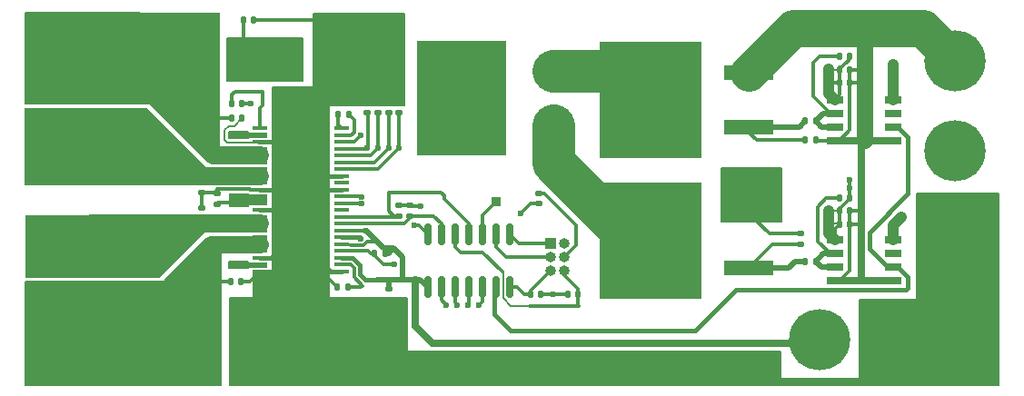
<source format=gbr>
%TF.GenerationSoftware,KiCad,Pcbnew,8.0.1*%
%TF.CreationDate,2024-04-30T22:48:39+02:00*%
%TF.ProjectId,ECU_proj,4543555f-7072-46f6-9a2e-6b696361645f,rev?*%
%TF.SameCoordinates,Original*%
%TF.FileFunction,Copper,L1,Top*%
%TF.FilePolarity,Positive*%
%FSLAX46Y46*%
G04 Gerber Fmt 4.6, Leading zero omitted, Abs format (unit mm)*
G04 Created by KiCad (PCBNEW 8.0.1) date 2024-04-30 22:48:39*
%MOMM*%
%LPD*%
G01*
G04 APERTURE LIST*
G04 Aperture macros list*
%AMRoundRect*
0 Rectangle with rounded corners*
0 $1 Rounding radius*
0 $2 $3 $4 $5 $6 $7 $8 $9 X,Y pos of 4 corners*
0 Add a 4 corners polygon primitive as box body*
4,1,4,$2,$3,$4,$5,$6,$7,$8,$9,$2,$3,0*
0 Add four circle primitives for the rounded corners*
1,1,$1+$1,$2,$3*
1,1,$1+$1,$4,$5*
1,1,$1+$1,$6,$7*
1,1,$1+$1,$8,$9*
0 Add four rect primitives between the rounded corners*
20,1,$1+$1,$2,$3,$4,$5,0*
20,1,$1+$1,$4,$5,$6,$7,0*
20,1,$1+$1,$6,$7,$8,$9,0*
20,1,$1+$1,$8,$9,$2,$3,0*%
G04 Aperture macros list end*
%TA.AperFunction,Conductor*%
%ADD10C,0.200000*%
%TD*%
%TA.AperFunction,Conductor*%
%ADD11C,0.100000*%
%TD*%
%TA.AperFunction,Conductor*%
%ADD12C,0.050000*%
%TD*%
%TA.AperFunction,Conductor*%
%ADD13C,0.150000*%
%TD*%
%TA.AperFunction,Conductor*%
%ADD14C,0.500000*%
%TD*%
%TA.AperFunction,Conductor*%
%ADD15C,0.010000*%
%TD*%
%TA.AperFunction,Conductor*%
%ADD16C,0.000000*%
%TD*%
%TA.AperFunction,SMDPad,CuDef*%
%ADD17RoundRect,0.140000X0.170000X-0.140000X0.170000X0.140000X-0.170000X0.140000X-0.170000X-0.140000X0*%
%TD*%
%TA.AperFunction,SMDPad,CuDef*%
%ADD18RoundRect,0.140000X0.140000X0.170000X-0.140000X0.170000X-0.140000X-0.170000X0.140000X-0.170000X0*%
%TD*%
%TA.AperFunction,ComponentPad*%
%ADD19C,3.600000*%
%TD*%
%TA.AperFunction,ConnectorPad*%
%ADD20C,5.700000*%
%TD*%
%TA.AperFunction,SMDPad,CuDef*%
%ADD21R,4.600000X1.350000*%
%TD*%
%TA.AperFunction,SMDPad,CuDef*%
%ADD22R,9.500000X10.900000*%
%TD*%
%TA.AperFunction,SMDPad,CuDef*%
%ADD23RoundRect,0.150000X0.150000X-0.825000X0.150000X0.825000X-0.150000X0.825000X-0.150000X-0.825000X0*%
%TD*%
%TA.AperFunction,SMDPad,CuDef*%
%ADD24RoundRect,0.140000X-0.140000X-0.170000X0.140000X-0.170000X0.140000X0.170000X-0.140000X0.170000X0*%
%TD*%
%TA.AperFunction,SMDPad,CuDef*%
%ADD25RoundRect,0.140000X-0.170000X0.140000X-0.170000X-0.140000X0.170000X-0.140000X0.170000X0.140000X0*%
%TD*%
%TA.AperFunction,ComponentPad*%
%ADD26R,1.000000X1.000000*%
%TD*%
%TA.AperFunction,ComponentPad*%
%ADD27O,1.000000X1.000000*%
%TD*%
%TA.AperFunction,SMDPad,CuDef*%
%ADD28RoundRect,0.147500X0.172500X-0.147500X0.172500X0.147500X-0.172500X0.147500X-0.172500X-0.147500X0*%
%TD*%
%TA.AperFunction,SMDPad,CuDef*%
%ADD29R,1.550000X0.700000*%
%TD*%
%TA.AperFunction,SMDPad,CuDef*%
%ADD30RoundRect,0.250000X-1.825000X-0.700000X1.825000X-0.700000X1.825000X0.700000X-1.825000X0.700000X0*%
%TD*%
%TA.AperFunction,SMDPad,CuDef*%
%ADD31R,3.050000X2.030000*%
%TD*%
%TA.AperFunction,SMDPad,CuDef*%
%ADD32R,8.380000X10.660000*%
%TD*%
%TA.AperFunction,SMDPad,CuDef*%
%ADD33R,1.475000X0.435000*%
%TD*%
%TA.AperFunction,SMDPad,CuDef*%
%ADD34R,3.800000X8.000000*%
%TD*%
%TA.AperFunction,ComponentPad*%
%ADD35R,0.850000X0.850000*%
%TD*%
%TA.AperFunction,ViaPad*%
%ADD36C,0.600000*%
%TD*%
%TA.AperFunction,Conductor*%
%ADD37C,4.000000*%
%TD*%
%TA.AperFunction,Conductor*%
%ADD38C,1.000000*%
%TD*%
%TA.AperFunction,Conductor*%
%ADD39C,0.300000*%
%TD*%
%TA.AperFunction,Conductor*%
%ADD40C,0.700000*%
%TD*%
%TA.AperFunction,Conductor*%
%ADD41C,0.400000*%
%TD*%
%TA.AperFunction,Conductor*%
%ADD42C,1.700000*%
%TD*%
%TA.AperFunction,Conductor*%
%ADD43C,1.500000*%
%TD*%
%TA.AperFunction,Conductor*%
%ADD44C,1.600000*%
%TD*%
%TA.AperFunction,Conductor*%
%ADD45C,3.500000*%
%TD*%
G04 APERTURE END LIST*
%TO.N,GND*%
D10*
X176900000Y-81900000D02*
X182300000Y-81900000D01*
X182300000Y-89100000D01*
X176900000Y-89100000D01*
X176900000Y-81900000D01*
%TA.AperFunction,Conductor*%
G36*
X176900000Y-81900000D02*
G01*
X182300000Y-81900000D01*
X182300000Y-89100000D01*
X176900000Y-89100000D01*
X176900000Y-81900000D01*
G37*
%TD.AperFunction*%
%TO.N,Net-(J4-Pin_1)*%
X115800000Y-77400000D02*
X117400000Y-77400000D01*
X117400000Y-78400000D01*
X115800000Y-78400000D01*
X115800000Y-77400000D01*
%TA.AperFunction,Conductor*%
G36*
X115800000Y-77400000D02*
G01*
X117400000Y-77400000D01*
X117400000Y-78400000D01*
X115800000Y-78400000D01*
X115800000Y-77400000D01*
G37*
%TD.AperFunction*%
%TO.N,GND*%
X134600000Y-86750000D02*
X169500000Y-86750000D01*
X169500000Y-89875000D01*
X134600000Y-89875000D01*
X134600000Y-86750000D01*
%TA.AperFunction,Conductor*%
G36*
X134600000Y-86750000D02*
G01*
X169500000Y-86750000D01*
X169500000Y-89875000D01*
X134600000Y-89875000D01*
X134600000Y-86750000D01*
G37*
%TD.AperFunction*%
%TO.N,Net-(J1-Pin_1)*%
D11*
X114800000Y-62800000D02*
X117200000Y-62800000D01*
X117200000Y-65400000D01*
X114800000Y-65400000D01*
X114800000Y-62800000D01*
%TA.AperFunction,Conductor*%
G36*
X114800000Y-62800000D02*
G01*
X117200000Y-62800000D01*
X117200000Y-65400000D01*
X114800000Y-65400000D01*
X114800000Y-62800000D01*
G37*
%TD.AperFunction*%
%TO.N,/DRV8262/VM*%
D12*
X118200000Y-78432500D02*
X121600000Y-78432500D01*
X121600000Y-78832500D01*
X118200000Y-78832500D01*
X118200000Y-78432500D01*
%TA.AperFunction,Conductor*%
G36*
X118200000Y-78432500D02*
G01*
X121600000Y-78432500D01*
X121600000Y-78832500D01*
X118200000Y-78832500D01*
X118200000Y-78432500D01*
G37*
%TD.AperFunction*%
D10*
X118100000Y-66266000D02*
X119900000Y-66266000D01*
X119900000Y-66866000D01*
X118100000Y-66866000D01*
X118100000Y-66266000D01*
%TA.AperFunction,Conductor*%
G36*
X118100000Y-66266000D02*
G01*
X119900000Y-66266000D01*
X119900000Y-66866000D01*
X118100000Y-66866000D01*
X118100000Y-66266000D01*
G37*
%TD.AperFunction*%
%TO.N,Net-(J3-Pin_1)*%
D11*
X99150000Y-74600000D02*
X111600000Y-74600000D01*
X111600000Y-79800000D01*
X99150000Y-79800000D01*
X99150000Y-74600000D01*
%TA.AperFunction,Conductor*%
G36*
X99150000Y-74600000D02*
G01*
X111600000Y-74600000D01*
X111600000Y-79800000D01*
X99150000Y-79800000D01*
X99150000Y-74600000D01*
G37*
%TD.AperFunction*%
%TO.N,/DRV8262/VM*%
X118100000Y-72000000D02*
X119900000Y-72000000D01*
X119900000Y-73200000D01*
X118100000Y-73200000D01*
X118100000Y-72000000D01*
%TA.AperFunction,Conductor*%
G36*
X118100000Y-72000000D02*
G01*
X119900000Y-72000000D01*
X119900000Y-73200000D01*
X118100000Y-73200000D01*
X118100000Y-72000000D01*
G37*
%TD.AperFunction*%
D10*
%TO.N,Net-(J2-Pin_1)*%
X105800000Y-71000000D02*
X103200000Y-71000000D01*
X105400000Y-70000000D01*
X105800000Y-71000000D01*
%TA.AperFunction,Conductor*%
G36*
X105800000Y-71000000D02*
G01*
X103200000Y-71000000D01*
X105400000Y-70000000D01*
X105800000Y-71000000D01*
G37*
%TD.AperFunction*%
D11*
X99125000Y-64000000D02*
X110400000Y-64000000D01*
X110400000Y-68000000D01*
X99125000Y-68000000D01*
X99125000Y-64000000D01*
%TA.AperFunction,Conductor*%
G36*
X99125000Y-64000000D02*
G01*
X110400000Y-64000000D01*
X110400000Y-68000000D01*
X99125000Y-68000000D01*
X99125000Y-64000000D01*
G37*
%TD.AperFunction*%
%TO.N,/DRV8262/VM*%
D13*
X118200000Y-72160000D02*
X121600000Y-72160000D01*
X121600000Y-73040000D01*
X118200000Y-73040000D01*
X118200000Y-72160000D01*
%TA.AperFunction,Conductor*%
G36*
X118200000Y-72160000D02*
G01*
X121600000Y-72160000D01*
X121600000Y-73040000D01*
X118200000Y-73040000D01*
X118200000Y-72160000D01*
G37*
%TD.AperFunction*%
D10*
X118000000Y-57500000D02*
X125000000Y-57500000D01*
X125000000Y-61500000D01*
X118000000Y-61500000D01*
X118000000Y-57500000D01*
%TA.AperFunction,Conductor*%
G36*
X118000000Y-57500000D02*
G01*
X125000000Y-57500000D01*
X125000000Y-61500000D01*
X118000000Y-61500000D01*
X118000000Y-57500000D01*
G37*
%TD.AperFunction*%
D11*
%TO.N,Net-(J1-Pin_1)*%
X109600000Y-62400000D02*
X103200000Y-62400000D01*
X105800000Y-60200000D01*
X107600000Y-60200000D01*
X109600000Y-62400000D01*
%TA.AperFunction,Conductor*%
G36*
X109600000Y-62400000D02*
G01*
X103200000Y-62400000D01*
X105800000Y-60200000D01*
X107600000Y-60200000D01*
X109600000Y-62400000D01*
G37*
%TD.AperFunction*%
D14*
X117000000Y-65000000D02*
X117000000Y-67800000D01*
X107800000Y-59000000D01*
X111000000Y-59000000D01*
X117000000Y-65000000D01*
%TA.AperFunction,Conductor*%
G36*
X117000000Y-65000000D02*
G01*
X117000000Y-67800000D01*
X107800000Y-59000000D01*
X111000000Y-59000000D01*
X117000000Y-65000000D01*
G37*
%TD.AperFunction*%
%TO.N,GND*%
D10*
X182250000Y-72000000D02*
X189875000Y-72000000D01*
X189875000Y-89875000D01*
X182250000Y-89875000D01*
X182250000Y-72000000D01*
%TA.AperFunction,Conductor*%
G36*
X182250000Y-72000000D02*
G01*
X189875000Y-72000000D01*
X189875000Y-89875000D01*
X182250000Y-89875000D01*
X182250000Y-72000000D01*
G37*
%TD.AperFunction*%
%TO.N,+48V*%
X164000000Y-69600000D02*
X169600000Y-69600000D01*
X169600000Y-74600000D01*
X164000000Y-74600000D01*
X164000000Y-69600000D01*
%TA.AperFunction,Conductor*%
G36*
X164000000Y-69600000D02*
G01*
X169600000Y-69600000D01*
X169600000Y-74600000D01*
X164000000Y-74600000D01*
X164000000Y-69600000D01*
G37*
%TD.AperFunction*%
%TO.N,/DRV8262/VM*%
X118100000Y-78332500D02*
X119900000Y-78332500D01*
X119900000Y-78932500D01*
X118100000Y-78932500D01*
X118100000Y-78332500D01*
%TA.AperFunction,Conductor*%
G36*
X118100000Y-78332500D02*
G01*
X119900000Y-78332500D01*
X119900000Y-78932500D01*
X118100000Y-78932500D01*
X118100000Y-78332500D01*
G37*
%TD.AperFunction*%
%TO.N,Net-(J1-Pin_1)*%
X99175000Y-55150000D02*
X109800000Y-55150000D01*
X109800000Y-60600000D01*
X99175000Y-60600000D01*
X99175000Y-55150000D01*
%TA.AperFunction,Conductor*%
G36*
X99175000Y-55150000D02*
G01*
X109800000Y-55150000D01*
X109800000Y-60600000D01*
X99175000Y-60600000D01*
X99175000Y-55150000D01*
G37*
%TD.AperFunction*%
%TO.N,Net-(J3-Pin_1)*%
D11*
X99150000Y-74000000D02*
X120200000Y-74000000D01*
X120200000Y-74600000D01*
X99150000Y-74600000D01*
X99150000Y-74000000D01*
%TA.AperFunction,Conductor*%
G36*
X99150000Y-74000000D02*
G01*
X120200000Y-74000000D01*
X120200000Y-74600000D01*
X99150000Y-74600000D01*
X99150000Y-74000000D01*
G37*
%TD.AperFunction*%
%TO.N,GND*%
D10*
X169375000Y-89250000D02*
X189325000Y-89250000D01*
X189325000Y-89900000D01*
X169375000Y-89900000D01*
X169375000Y-89250000D01*
%TA.AperFunction,Conductor*%
G36*
X169375000Y-89250000D02*
G01*
X189325000Y-89250000D01*
X189325000Y-89900000D01*
X169375000Y-89900000D01*
X169375000Y-89250000D01*
G37*
%TD.AperFunction*%
%TO.N,Net-(J4-Pin_1)*%
X99200000Y-80200000D02*
X117400000Y-80200000D01*
X117400000Y-89825000D01*
X99200000Y-89825000D01*
X99200000Y-80200000D01*
%TA.AperFunction,Conductor*%
G36*
X99200000Y-80200000D02*
G01*
X117400000Y-80200000D01*
X117400000Y-89825000D01*
X99200000Y-89825000D01*
X99200000Y-80200000D01*
G37*
%TD.AperFunction*%
%TO.N,/DRV8262/VM*%
D12*
X118200000Y-66366000D02*
X121600000Y-66366000D01*
X121600000Y-66766000D01*
X118200000Y-66766000D01*
X118200000Y-66366000D01*
%TA.AperFunction,Conductor*%
G36*
X118200000Y-66366000D02*
G01*
X121600000Y-66366000D01*
X121600000Y-66766000D01*
X118200000Y-66766000D01*
X118200000Y-66366000D01*
G37*
%TD.AperFunction*%
%TO.N,GND*%
D10*
X126000000Y-55225000D02*
X134500000Y-55225000D01*
X134500000Y-63750000D01*
X126000000Y-63750000D01*
X126000000Y-55225000D01*
%TA.AperFunction,Conductor*%
G36*
X126000000Y-55225000D02*
G01*
X134500000Y-55225000D01*
X134500000Y-63750000D01*
X126000000Y-63750000D01*
X126000000Y-55225000D01*
G37*
%TD.AperFunction*%
%TO.N,Net-(J1-Pin_1)*%
D11*
X109800000Y-55125000D02*
X117200000Y-55125000D01*
X117200000Y-62800000D01*
X109800000Y-62800000D01*
X109800000Y-55125000D01*
%TA.AperFunction,Conductor*%
G36*
X109800000Y-55125000D02*
G01*
X117200000Y-55125000D01*
X117200000Y-62800000D01*
X109800000Y-62800000D01*
X109800000Y-55125000D01*
G37*
%TD.AperFunction*%
%TO.N,Net-(J2-Pin_1)*%
D15*
X105200000Y-65400000D02*
X111600000Y-65400000D01*
X111600000Y-70600000D01*
X105200000Y-70600000D01*
X105200000Y-65400000D01*
%TA.AperFunction,Conductor*%
G36*
X105200000Y-65400000D02*
G01*
X111600000Y-65400000D01*
X111600000Y-70600000D01*
X105200000Y-70600000D01*
X105200000Y-65400000D01*
G37*
%TD.AperFunction*%
D11*
%TO.N,Net-(J1-Pin_1)*%
X101600000Y-61000000D02*
X102600000Y-61800000D01*
X110000000Y-61800000D01*
X110800000Y-63600000D01*
X99125000Y-63600000D01*
X99125000Y-60000000D01*
X101000000Y-60000000D01*
X101600000Y-61000000D01*
%TA.AperFunction,Conductor*%
G36*
X101600000Y-61000000D02*
G01*
X102600000Y-61800000D01*
X110000000Y-61800000D01*
X110800000Y-63600000D01*
X99125000Y-63600000D01*
X99125000Y-60000000D01*
X101000000Y-60000000D01*
X101600000Y-61000000D01*
G37*
%TD.AperFunction*%
D16*
%TA.AperFunction,Conductor*%
%TO.N,Net-(J2-Pin_1)*%
G36*
X102200000Y-68400000D02*
G01*
X116600000Y-71000000D01*
X116600000Y-71200000D01*
X99075000Y-71200000D01*
X99075000Y-66400000D01*
X102200000Y-68400000D01*
G37*
%TD.AperFunction*%
%TO.N,GND*%
D11*
X120300000Y-79100000D02*
X122500000Y-79100000D01*
X122500000Y-81900000D01*
X120300000Y-81900000D01*
X120300000Y-79100000D01*
%TA.AperFunction,Conductor*%
G36*
X120300000Y-79100000D02*
G01*
X122500000Y-79100000D01*
X122500000Y-81900000D01*
X120300000Y-81900000D01*
X120300000Y-79100000D01*
G37*
%TD.AperFunction*%
%TO.N,Net-(J4-Pin_1)*%
D10*
X114200000Y-78400000D02*
X117400000Y-78400000D01*
X117400000Y-80200000D01*
X114200000Y-80200000D01*
X114200000Y-78400000D01*
%TA.AperFunction,Conductor*%
G36*
X114200000Y-78400000D02*
G01*
X117400000Y-78400000D01*
X117400000Y-80200000D01*
X114200000Y-80200000D01*
X114200000Y-78400000D01*
G37*
%TD.AperFunction*%
D15*
%TO.N,Net-(J2-Pin_1)*%
X105200000Y-66400000D02*
X103200000Y-65400000D01*
X105200000Y-65400000D01*
X105200000Y-66400000D01*
%TA.AperFunction,Conductor*%
G36*
X105200000Y-66400000D02*
G01*
X103200000Y-65400000D01*
X105200000Y-65400000D01*
X105200000Y-66400000D01*
G37*
%TD.AperFunction*%
%TO.N,GND*%
D10*
X118250000Y-81750000D02*
X134700000Y-81750000D01*
X134700000Y-89900000D01*
X118250000Y-89900000D01*
X118250000Y-81750000D01*
%TA.AperFunction,Conductor*%
G36*
X118250000Y-81750000D02*
G01*
X134700000Y-81750000D01*
X134700000Y-89900000D01*
X118250000Y-89900000D01*
X118250000Y-81750000D01*
G37*
%TD.AperFunction*%
X122200000Y-62100000D02*
X127450000Y-62100000D01*
X127450000Y-86000000D01*
X122200000Y-86000000D01*
X122200000Y-62100000D01*
%TA.AperFunction,Conductor*%
G36*
X122200000Y-62100000D02*
G01*
X127450000Y-62100000D01*
X127450000Y-86000000D01*
X122200000Y-86000000D01*
X122200000Y-62100000D01*
G37*
%TD.AperFunction*%
D11*
%TO.N,Net-(J3-Pin_1)*%
X111600000Y-79800000D02*
X111600000Y-75600000D01*
X115800000Y-75600000D01*
X111600000Y-79800000D01*
%TA.AperFunction,Conductor*%
G36*
X111600000Y-79800000D02*
G01*
X111600000Y-75600000D01*
X115800000Y-75600000D01*
X111600000Y-79800000D01*
G37*
%TD.AperFunction*%
%TO.N,Net-(J2-Pin_1)*%
X116000000Y-69600000D02*
X110400000Y-69600000D01*
X110400000Y-64000000D01*
X116000000Y-69600000D01*
%TA.AperFunction,Conductor*%
G36*
X116000000Y-69600000D02*
G01*
X110400000Y-69600000D01*
X110400000Y-64000000D01*
X116000000Y-69600000D01*
G37*
%TD.AperFunction*%
%TD*%
D17*
%TO.P,C25,2*%
%TO.N,+3.3V*%
X133000000Y-80920000D03*
%TO.P,C25,1*%
%TO.N,GND*%
X133000000Y-81880000D03*
%TD*%
D18*
%TO.P,C24,1*%
%TO.N,GND*%
X120460000Y-55800000D03*
%TO.P,C24,2*%
%TO.N,/DRV8262/VM*%
X119500000Y-55800000D03*
%TD*%
D19*
%TO.P,J1,1,Pin_1*%
%TO.N,Net-(J1-Pin_1)*%
X103200000Y-59600000D03*
D20*
X103200000Y-59600000D03*
%TD*%
D18*
%TO.P,C12,1*%
%TO.N,+12V*%
X176000000Y-61645000D03*
%TO.P,C12,2*%
%TO.N,GND*%
X175040000Y-61645000D03*
%TD*%
D21*
%TO.P,Q1,1,G*%
%TO.N,Net-(Q1-G)*%
X166600000Y-78925000D03*
D22*
%TO.P,Q1,2,D*%
%TO.N,/Mosfets/A1_12V*%
X157450000Y-76385000D03*
D21*
%TO.P,Q1,3,S*%
%TO.N,+48V*%
X166600000Y-73845000D03*
%TD*%
D18*
%TO.P,C13,1*%
%TO.N,+12V*%
X176000000Y-73645000D03*
%TO.P,C13,2*%
%TO.N,GND*%
X175040000Y-73645000D03*
%TD*%
D19*
%TO.P,J9,1,Pin_1*%
%TO.N,+48V*%
X185800000Y-68000000D03*
D20*
X185800000Y-68000000D03*
%TD*%
D23*
%TO.P,U1,1,VCC*%
%TO.N,+3.3V*%
X136650000Y-80750000D03*
%TO.P,U1,2,PA4*%
%TO.N,/Attiny/IN1*%
X137920000Y-80750000D03*
%TO.P,U1,3,PA5*%
%TO.N,/Attiny/IN2*%
X139190000Y-80750000D03*
%TO.P,U1,4,PA6*%
%TO.N,/Attiny/IN3*%
X140460000Y-80750000D03*
%TO.P,U1,5,PA7*%
%TO.N,/Attiny/IN4*%
X141730000Y-80750000D03*
%TO.P,U1,6,PB3*%
%TO.N,/Attiny/12V_sel*%
X143000000Y-80750000D03*
%TO.P,U1,7,PB2*%
%TO.N,/Attiny/trg2*%
X144270000Y-80750000D03*
%TO.P,U1,8,PB1*%
%TO.N,/Attiny/SDA*%
X144270000Y-75800000D03*
%TO.P,U1,9,PB0*%
%TO.N,/Attiny/SCL*%
X143000000Y-75800000D03*
%TO.P,U1,10,~{RESET}/PA0*%
%TO.N,/Attiny/UPDI*%
X141730000Y-75800000D03*
%TO.P,U1,11,PA1*%
%TO.N,/Attiny/sens1*%
X140460000Y-75800000D03*
%TO.P,U1,12,PA2*%
%TO.N,/Attiny/trg1*%
X139190000Y-75800000D03*
%TO.P,U1,13,PA3*%
%TO.N,/Attiny/sens2*%
X137920000Y-75800000D03*
%TO.P,U1,14,GND*%
%TO.N,GND*%
X136650000Y-75800000D03*
%TD*%
D21*
%TO.P,Q2,1,G*%
%TO.N,Net-(Q2-G)*%
X166600000Y-65785000D03*
D22*
%TO.P,Q2,2,D*%
%TO.N,/Mosfets/A2_65V*%
X157450000Y-63245000D03*
D21*
%TO.P,Q2,3,S*%
%TO.N,+12V*%
X166600000Y-60705000D03*
%TD*%
D18*
%TO.P,C23,1*%
%TO.N,Net-(IC1-DVDD)*%
X129210000Y-80750000D03*
%TO.P,C23,2*%
%TO.N,GND*%
X128250000Y-80750000D03*
%TD*%
%TO.P,C14,1*%
%TO.N,+12V*%
X176000000Y-74845000D03*
%TO.P,C14,2*%
%TO.N,GND*%
X175040000Y-74845000D03*
%TD*%
D17*
%TO.P,C17,1*%
%TO.N,/Attiny/IN2*%
X132000000Y-64480000D03*
%TO.P,C17,2*%
%TO.N,GND*%
X132000000Y-63520000D03*
%TD*%
D24*
%TO.P,C11,1*%
%TO.N,Net-(IC2-OUTPUT_1)*%
X175040000Y-59245000D03*
%TO.P,C11,2*%
%TO.N,GND*%
X176000000Y-59245000D03*
%TD*%
D25*
%TO.P,R6,1*%
%TO.N,GND*%
X135000000Y-73120000D03*
%TO.P,R6,2*%
%TO.N,/Attiny/sens2*%
X135000000Y-74080000D03*
%TD*%
D26*
%TO.P,J10,1,Pin_1*%
%TO.N,/Attiny/SDA*%
X148130000Y-76660000D03*
D27*
%TO.P,J10,2,Pin_2*%
%TO.N,/DRV8262/enable*%
X149400000Y-76660000D03*
%TO.P,J10,3,Pin_3*%
%TO.N,/Attiny/SCL*%
X148130000Y-77930000D03*
%TO.P,J10,4,Pin_4*%
%TO.N,/DRV8262/fault*%
X149400000Y-77930000D03*
%TO.P,J10,5,Pin_5*%
%TO.N,/Attiny/trg2*%
X148130000Y-79200000D03*
%TO.P,J10,6,Pin_6*%
%TO.N,/Attiny/trg1*%
X149400000Y-79200000D03*
%TD*%
D28*
%TO.P,D2,1,K*%
%TO.N,GND*%
X147000000Y-72970000D03*
%TO.P,D2,2,A*%
%TO.N,/DRV8262/fault*%
X147000000Y-72000000D03*
%TD*%
D18*
%TO.P,C20,1*%
%TO.N,/Attiny/trg1*%
X150680000Y-81400000D03*
%TO.P,C20,2*%
%TO.N,GND*%
X149720000Y-81400000D03*
%TD*%
D24*
%TO.P,C5,1*%
%TO.N,Net-(J4-Pin_1)*%
X118320000Y-80200000D03*
%TO.P,C5,2*%
%TO.N,GND*%
X119280000Y-80200000D03*
%TD*%
D19*
%TO.P,J2,1,Pin_1*%
%TO.N,Net-(J2-Pin_1)*%
X103200000Y-68266666D03*
D20*
X103200000Y-68266666D03*
%TD*%
D25*
%TO.P,C8,1*%
%TO.N,Net-(J3-Pin_1)*%
X109400000Y-79520000D03*
%TO.P,C8,2*%
%TO.N,Net-(J4-Pin_1)*%
X109400000Y-80480000D03*
%TD*%
D19*
%TO.P,J5,1,Pin_1*%
%TO.N,GND*%
X180400000Y-85600000D03*
D20*
X180400000Y-85600000D03*
%TD*%
D19*
%TO.P,J7,1,Pin_1*%
%TO.N,+3.3V*%
X173200000Y-85600000D03*
D20*
X173200000Y-85600000D03*
%TD*%
D17*
%TO.P,C1,1*%
%TO.N,/DRV8262/VM*%
X117000000Y-73000000D03*
%TO.P,C1,2*%
%TO.N,GND*%
X117000000Y-72040000D03*
%TD*%
D24*
%TO.P,C15,1*%
%TO.N,Net-(IC3-OUTPUT_1)*%
X175000000Y-72445000D03*
%TO.P,C15,2*%
%TO.N,GND*%
X175960000Y-72445000D03*
%TD*%
D29*
%TO.P,IC2,1,VDD_1*%
%TO.N,+12V*%
X180000000Y-67055000D03*
%TO.P,IC2,2,INPUT*%
%TO.N,/Attiny/12V_sel*%
X180000000Y-65785000D03*
%TO.P,IC2,3,NC*%
%TO.N,unconnected-(IC2-NC-Pad3)*%
X180000000Y-64515000D03*
%TO.P,IC2,4,GND_1*%
%TO.N,GND*%
X180000000Y-63245000D03*
%TO.P,IC2,5,GND_2*%
X174600000Y-63245000D03*
%TO.P,IC2,6,OUTPUT_1*%
%TO.N,Net-(IC2-OUTPUT_1)*%
X174600000Y-64515000D03*
%TO.P,IC2,7,OUTPUT_2*%
X174600000Y-65785000D03*
%TO.P,IC2,8,VDD_2*%
%TO.N,+12V*%
X174600000Y-67055000D03*
%TD*%
D18*
%TO.P,C3,1*%
%TO.N,GND*%
X119360000Y-65000000D03*
%TO.P,C3,2*%
%TO.N,Net-(J1-Pin_1)*%
X118400000Y-65000000D03*
%TD*%
D30*
%TO.P,C22,1*%
%TO.N,/DRV8262/VM*%
X122525000Y-59500000D03*
%TO.P,C22,2*%
%TO.N,GND*%
X129475000Y-59500000D03*
%TD*%
D17*
%TO.P,C16,1*%
%TO.N,/Attiny/IN1*%
X131000000Y-64480000D03*
%TO.P,C16,2*%
%TO.N,GND*%
X131000000Y-63520000D03*
%TD*%
D19*
%TO.P,J3,1,Pin_1*%
%TO.N,Net-(J3-Pin_1)*%
X103200000Y-76933332D03*
D20*
X103200000Y-76933332D03*
%TD*%
D18*
%TO.P,C9,1*%
%TO.N,Net-(IC1-CPL)*%
X129280000Y-64600000D03*
%TO.P,C9,2*%
%TO.N,Net-(IC1-CPH)*%
X128320000Y-64600000D03*
%TD*%
D19*
%TO.P,J4,1,Pin_1*%
%TO.N,Net-(J4-Pin_1)*%
X103200000Y-85600000D03*
D20*
X103200000Y-85600000D03*
%TD*%
D25*
%TO.P,C7,1*%
%TO.N,Net-(J1-Pin_1)*%
X109400000Y-63320000D03*
%TO.P,C7,2*%
%TO.N,Net-(J2-Pin_1)*%
X109400000Y-64280000D03*
%TD*%
D31*
%TO.P,D1,1,A_1*%
%TO.N,/Mosfets/A1_12V*%
X148400000Y-65645000D03*
%TO.P,D1,2,A_2*%
%TO.N,/Mosfets/A2_65V*%
X148400000Y-60565000D03*
D32*
%TO.P,D1,3,K*%
%TO.N,/DRV8262/VM*%
X139785000Y-63105000D03*
%TD*%
D19*
%TO.P,J8,1,Pin_1*%
%TO.N,+12V*%
X185800000Y-59600000D03*
D20*
X185800000Y-59600000D03*
%TD*%
D18*
%TO.P,C10,1*%
%TO.N,+12V*%
X176000000Y-60445000D03*
%TO.P,C10,2*%
%TO.N,GND*%
X175040000Y-60445000D03*
%TD*%
D17*
%TO.P,C19,1*%
%TO.N,/Attiny/IN4*%
X134000000Y-64480000D03*
%TO.P,C19,2*%
%TO.N,GND*%
X134000000Y-63520000D03*
%TD*%
%TO.P,C4,1*%
%TO.N,Net-(J3-Pin_1)*%
X115600000Y-74280000D03*
%TO.P,C4,2*%
%TO.N,GND*%
X115600000Y-73320000D03*
%TD*%
D18*
%TO.P,R3,1*%
%TO.N,Net-(IC3-OUTPUT_1)*%
X172800000Y-78340000D03*
%TO.P,R3,2*%
%TO.N,Net-(Q1-G)*%
X171840000Y-78340000D03*
%TD*%
D33*
%TO.P,IC1,1,VCP*%
%TO.N,Net-(IC1-VCP)*%
X121024000Y-65930000D03*
%TO.P,IC1,2,VM*%
%TO.N,/DRV8262/VM*%
X121024000Y-66566000D03*
%TO.P,IC1,3,PGND12*%
%TO.N,GND*%
X121024000Y-67200000D03*
%TO.P,IC1,4,OUT1*%
%TO.N,Net-(J1-Pin_1)*%
X121024000Y-67836000D03*
%TO.P,IC1,5,OUT1*%
X121024000Y-68470000D03*
%TO.P,IC1,6,OUT1*%
X121024000Y-69106000D03*
%TO.P,IC1,7,OUT2*%
%TO.N,Net-(J2-Pin_1)*%
X121024000Y-69740000D03*
%TO.P,IC1,8,OUT2*%
X121024000Y-70376000D03*
%TO.P,IC1,9,OUT2*%
X121024000Y-71010000D03*
%TO.P,IC1,10,PGND12*%
%TO.N,GND*%
X121024000Y-71646000D03*
%TO.P,IC1,11,VM*%
%TO.N,/DRV8262/VM*%
X121024000Y-72280000D03*
%TO.P,IC1,12,VM*%
X121024000Y-72916000D03*
%TO.P,IC1,13,PGND34*%
%TO.N,GND*%
X121024000Y-73550000D03*
%TO.P,IC1,14,OUT4*%
%TO.N,Net-(J3-Pin_1)*%
X121024000Y-74186000D03*
%TO.P,IC1,15,OUT4*%
X121024000Y-74820000D03*
%TO.P,IC1,16,OUT4*%
X121024000Y-75456000D03*
%TO.P,IC1,17,OUT3*%
%TO.N,Net-(J4-Pin_1)*%
X121024000Y-76090000D03*
%TO.P,IC1,18,OUT3*%
X121024000Y-76726000D03*
%TO.P,IC1,19,OUT3*%
X121024000Y-77360000D03*
%TO.P,IC1,20,PGND34*%
%TO.N,GND*%
X121024000Y-77996000D03*
%TO.P,IC1,21,VM*%
%TO.N,/DRV8262/VM*%
X121024000Y-78630000D03*
%TO.P,IC1,22,GND*%
%TO.N,GND*%
X121024000Y-79266000D03*
%TO.P,IC1,23,GND*%
X128600000Y-79266000D03*
%TO.P,IC1,24,DVDD*%
%TO.N,Net-(IC1-DVDD)*%
X128600000Y-78630000D03*
%TO.P,IC1,25,VCC*%
%TO.N,+3.3V*%
X128600000Y-77996000D03*
%TO.P,IC1,26,NFAULT*%
%TO.N,/DRV8262/fault*%
X128600000Y-77360000D03*
%TO.P,IC1,27,OCPM*%
%TO.N,+3.3V*%
X128600000Y-76726000D03*
%TO.P,IC1,28,MODE1*%
%TO.N,GND*%
X128600000Y-76090000D03*
%TO.P,IC1,29,MODE2*%
%TO.N,+3.3V*%
X128600000Y-75456000D03*
%TO.P,IC1,30,IPROPI_2*%
%TO.N,/Attiny/sens2*%
X128600000Y-74820000D03*
%TO.P,IC1,31,IPROPI_1*%
%TO.N,/Attiny/sens1*%
X128600000Y-74186000D03*
%TO.P,IC1,32,RSVD*%
%TO.N,unconnected-(IC1-RSVD-Pad32)*%
X128600000Y-73550000D03*
%TO.P,IC1,33,VREF_2*%
%TO.N,+3.3V*%
X128600000Y-72916000D03*
%TO.P,IC1,34,VREF_1*%
X128600000Y-72280000D03*
%TO.P,IC1,35,TOFF*%
%TO.N,GND*%
X128600000Y-71646000D03*
%TO.P,IC1,36,RSVD*%
%TO.N,unconnected-(IC1-RSVD-Pad36)*%
X128600000Y-71010000D03*
%TO.P,IC1,37,DECAY*%
%TO.N,GND*%
X128600000Y-70376000D03*
%TO.P,IC1,38,IN4*%
%TO.N,/Attiny/IN4*%
X128600000Y-69740000D03*
%TO.P,IC1,39,IN3*%
%TO.N,/Attiny/IN3*%
X128600000Y-69106000D03*
%TO.P,IC1,40,IN2*%
%TO.N,/Attiny/IN2*%
X128600000Y-68470000D03*
%TO.P,IC1,41,IN1*%
%TO.N,/Attiny/IN1*%
X128600000Y-67836000D03*
%TO.P,IC1,42,NSLEEP*%
%TO.N,/DRV8262/enable*%
X128600000Y-67200000D03*
%TO.P,IC1,43,CPL*%
%TO.N,Net-(IC1-CPL)*%
X128600000Y-66566000D03*
%TO.P,IC1,44,CPH*%
%TO.N,Net-(IC1-CPH)*%
X128600000Y-65930000D03*
D34*
%TO.P,IC1,45,EP*%
%TO.N,GND*%
X124812000Y-72598000D03*
%TD*%
D29*
%TO.P,IC3,1,VDD_1*%
%TO.N,+12V*%
X180000000Y-80150000D03*
%TO.P,IC3,2,INPUT*%
%TO.N,/Attiny/12V_sel*%
X180000000Y-78880000D03*
%TO.P,IC3,3,NC*%
%TO.N,unconnected-(IC3-NC-Pad3)*%
X180000000Y-77610000D03*
%TO.P,IC3,4,GND_1*%
%TO.N,GND*%
X180000000Y-76340000D03*
%TO.P,IC3,5,GND_2*%
X174600000Y-76340000D03*
%TO.P,IC3,6,OUTPUT_1*%
%TO.N,Net-(IC3-OUTPUT_1)*%
X174600000Y-77610000D03*
%TO.P,IC3,7,OUTPUT_2*%
X174600000Y-78880000D03*
%TO.P,IC3,8,VDD_2*%
%TO.N,+12V*%
X174600000Y-80150000D03*
%TD*%
D17*
%TO.P,C18,1*%
%TO.N,/Attiny/IN3*%
X133000000Y-64480000D03*
%TO.P,C18,2*%
%TO.N,GND*%
X133000000Y-63520000D03*
%TD*%
%TO.P,C2,1*%
%TO.N,GND*%
X115600000Y-71880000D03*
%TO.P,C2,2*%
%TO.N,Net-(J2-Pin_1)*%
X115600000Y-70920000D03*
%TD*%
D18*
%TO.P,R1,1*%
%TO.N,Net-(IC2-OUTPUT_1)*%
X172800000Y-65245000D03*
%TO.P,R1,2*%
%TO.N,Net-(Q2-G)*%
X171840000Y-65245000D03*
%TD*%
D25*
%TO.P,R5,1*%
%TO.N,GND*%
X134000000Y-73120000D03*
%TO.P,R5,2*%
%TO.N,/Attiny/sens1*%
X134000000Y-74080000D03*
%TD*%
D24*
%TO.P,C21,1*%
%TO.N,/Attiny/trg2*%
X146240000Y-81400000D03*
%TO.P,C21,2*%
%TO.N,GND*%
X147200000Y-81400000D03*
%TD*%
D35*
%TO.P,J11,1,Pin_1*%
%TO.N,/Attiny/UPDI*%
X143000000Y-72800000D03*
%TD*%
D19*
%TO.P,J6,1,Pin_1*%
%TO.N,GND*%
X124812000Y-85600000D03*
D20*
X124812000Y-85600000D03*
%TD*%
D24*
%TO.P,C6,1*%
%TO.N,Net-(IC1-VCP)*%
X118400000Y-63600000D03*
%TO.P,C6,2*%
%TO.N,/DRV8262/VM*%
X119360000Y-63600000D03*
%TD*%
%TO.P,R2,1*%
%TO.N,Net-(Q2-G)*%
X171840000Y-67045000D03*
%TO.P,R2,2*%
%TO.N,+12V*%
X172800000Y-67045000D03*
%TD*%
D17*
%TO.P,R4,1*%
%TO.N,Net-(Q1-G)*%
X171400000Y-76725000D03*
%TO.P,R4,2*%
%TO.N,+48V*%
X171400000Y-75765000D03*
%TD*%
D18*
%TO.P,R7,1*%
%TO.N,+3.3V*%
X132680000Y-77600000D03*
%TO.P,R7,2*%
%TO.N,/DRV8262/fault*%
X131720000Y-77600000D03*
%TD*%
D36*
%TO.N,GND*%
X187600000Y-87350000D03*
X187600000Y-86600000D03*
X186100000Y-87350000D03*
X186850000Y-87350000D03*
X186100000Y-86600000D03*
X185350000Y-86600000D03*
X183850000Y-88100000D03*
X183850000Y-86600000D03*
X186850000Y-88100000D03*
X186850000Y-86600000D03*
X185350000Y-88100000D03*
X186100000Y-88100000D03*
X184600000Y-86600000D03*
X184600000Y-88100000D03*
X184600000Y-87350000D03*
X187600000Y-88100000D03*
X183850000Y-87350000D03*
X185350000Y-87350000D03*
X180000000Y-60000000D03*
X180000000Y-61000000D03*
X180800000Y-74200000D03*
X176000000Y-70700000D03*
X176000000Y-71500000D03*
%TO.N,Net-(J3-Pin_1)*%
X113300000Y-74500000D03*
%TO.N,+3.3V*%
X130500000Y-72900000D03*
X130900000Y-75500000D03*
X130500000Y-72300000D03*
%TO.N,Net-(J3-Pin_1)*%
X116250000Y-74500000D03*
X114750000Y-76000000D03*
X114750000Y-75250000D03*
X116250000Y-75250000D03*
X114000000Y-76000000D03*
X115500000Y-75250000D03*
X114000000Y-76750000D03*
X114000000Y-74500000D03*
X114000000Y-75250000D03*
X117000000Y-74500000D03*
X117000000Y-75250000D03*
X114750000Y-74500000D03*
%TO.N,Net-(J4-Pin_1)*%
X115250000Y-78750000D03*
X114500000Y-79500000D03*
X116000000Y-77250000D03*
X115250000Y-79500000D03*
X114500000Y-78750000D03*
X116000000Y-78000000D03*
X116750000Y-78000000D03*
X116750000Y-79500000D03*
X116750000Y-77250000D03*
X116000000Y-78750000D03*
X116750000Y-78750000D03*
X116000000Y-79500000D03*
X115250000Y-78000000D03*
X116750000Y-76500000D03*
%TO.N,Net-(J1-Pin_1)*%
X114500000Y-66500000D03*
X115250000Y-67250000D03*
X116750000Y-68750000D03*
X116000000Y-68000000D03*
X116750000Y-66500000D03*
X116000000Y-67250000D03*
X116000000Y-66500000D03*
X116750000Y-67250000D03*
X115250000Y-66500000D03*
X116750000Y-68000000D03*
%TO.N,Net-(J2-Pin_1)*%
X113750000Y-70000000D03*
X113750000Y-69250000D03*
X116750000Y-70750000D03*
X114500000Y-70750000D03*
X115250000Y-70000000D03*
X113750000Y-70750000D03*
X116750000Y-70000000D03*
X114500000Y-69250000D03*
X114500000Y-70000000D03*
X116000000Y-70000000D03*
X113750000Y-68500000D03*
X113000000Y-70700000D03*
X112250000Y-70700000D03*
%TO.N,/DRV8262/VM*%
X138000000Y-63900000D03*
X142000000Y-67900000D03*
X140000000Y-61500000D03*
X118400000Y-72280000D03*
X136000000Y-64700000D03*
X118400000Y-78630000D03*
X140000000Y-60700000D03*
X140000000Y-58300000D03*
X119600000Y-66566000D03*
X137000000Y-58300000D03*
X139000000Y-63900000D03*
X140000000Y-63100000D03*
X143000000Y-59900000D03*
X136000000Y-62300000D03*
X142000000Y-67100000D03*
X140000000Y-66300000D03*
X119600000Y-72280000D03*
X142000000Y-63100000D03*
X119000000Y-72280000D03*
X136000000Y-61500000D03*
X140000000Y-63900000D03*
X137000000Y-67100000D03*
X119000000Y-66566000D03*
X119000000Y-59500000D03*
X137000000Y-60700000D03*
X140000000Y-59100000D03*
X139000000Y-59100000D03*
X141000000Y-59100000D03*
X136000000Y-67100000D03*
X118250000Y-61000000D03*
X119000000Y-58000000D03*
X143000000Y-61500000D03*
X138000000Y-61500000D03*
X119000000Y-72916000D03*
X142000000Y-58300000D03*
X137000000Y-64700000D03*
X143000000Y-62300000D03*
X143000000Y-65500000D03*
X141000000Y-62300000D03*
X141000000Y-58300000D03*
X138000000Y-67100000D03*
X118400000Y-72916000D03*
X137000000Y-63100000D03*
X138000000Y-59100000D03*
X143000000Y-59100000D03*
X119750000Y-61000000D03*
X118250000Y-59500000D03*
X119600000Y-78630000D03*
X137000000Y-59100000D03*
X139000000Y-62300000D03*
X139000000Y-67900000D03*
X138000000Y-66300000D03*
X141000000Y-64700000D03*
X141000000Y-59900000D03*
X119000000Y-78630000D03*
X136000000Y-58300000D03*
X139000000Y-64700000D03*
X118250000Y-58750000D03*
X143000000Y-63100000D03*
X119750000Y-60250000D03*
X142000000Y-64700000D03*
X136000000Y-66300000D03*
X139000000Y-63100000D03*
X119750000Y-58000000D03*
X139000000Y-67100000D03*
X119750000Y-59500000D03*
X119000000Y-61000000D03*
X140000000Y-65500000D03*
X138000000Y-62300000D03*
X136000000Y-67900000D03*
X143000000Y-66300000D03*
X137000000Y-66300000D03*
X140000000Y-59900000D03*
X142000000Y-59900000D03*
X137000000Y-61500000D03*
X141000000Y-61500000D03*
X138000000Y-58300000D03*
X118250000Y-60250000D03*
X118400000Y-66566000D03*
X136000000Y-65500000D03*
X139000000Y-59900000D03*
X119750000Y-58750000D03*
X138000000Y-63100000D03*
X141000000Y-60700000D03*
X143000000Y-58300000D03*
X139000000Y-58300000D03*
X140000000Y-67900000D03*
X142000000Y-61500000D03*
X137000000Y-62300000D03*
X138000000Y-67900000D03*
X138000000Y-60700000D03*
X139000000Y-66300000D03*
X142000000Y-59100000D03*
X143000000Y-63900000D03*
X139000000Y-61500000D03*
X142000000Y-66300000D03*
X120200000Y-63600000D03*
X142000000Y-65500000D03*
X141000000Y-66300000D03*
X143000000Y-67900000D03*
X136000000Y-63900000D03*
X137000000Y-63900000D03*
X140000000Y-64700000D03*
X141000000Y-65500000D03*
X139000000Y-60700000D03*
X137000000Y-65500000D03*
X143000000Y-64700000D03*
X119000000Y-60250000D03*
X139000000Y-65500000D03*
X119000000Y-58750000D03*
X141000000Y-63900000D03*
X138000000Y-64700000D03*
X140000000Y-67100000D03*
X141000000Y-67100000D03*
X138000000Y-59900000D03*
X136000000Y-59900000D03*
X137000000Y-67900000D03*
X141000000Y-67900000D03*
X136000000Y-63100000D03*
X118250000Y-58000000D03*
X143000000Y-60700000D03*
X136000000Y-60700000D03*
X143000000Y-67100000D03*
X142000000Y-62300000D03*
X137000000Y-59900000D03*
X140000000Y-62300000D03*
X141000000Y-63100000D03*
X136000000Y-59100000D03*
X138000000Y-65500000D03*
X142000000Y-63900000D03*
X142000000Y-60700000D03*
X119600000Y-72916000D03*
%TO.N,/Mosfets/A2_65V*%
X156400000Y-65650000D03*
X154000000Y-66450000D03*
X153200000Y-59250000D03*
X158000000Y-59250000D03*
X153200000Y-67250000D03*
X159600000Y-63250000D03*
X154800000Y-64050000D03*
X154800000Y-68050000D03*
X154000000Y-64050000D03*
X156400000Y-61650000D03*
X157200000Y-64850000D03*
X154800000Y-60050000D03*
X159600000Y-62450000D03*
X158800000Y-63250000D03*
X158800000Y-60050000D03*
X153200000Y-63250000D03*
X156400000Y-60850000D03*
X153200000Y-61650000D03*
X157200000Y-59250000D03*
X157200000Y-60050000D03*
X155600000Y-65650000D03*
X158000000Y-66450000D03*
X158800000Y-65650000D03*
X155600000Y-58450000D03*
X157200000Y-65650000D03*
X159600000Y-64050000D03*
X154000000Y-63250000D03*
X157200000Y-58450000D03*
X154800000Y-64850000D03*
X159600000Y-67250000D03*
X155600000Y-66450000D03*
X156400000Y-60050000D03*
X158800000Y-68050000D03*
X158800000Y-66450000D03*
X153200000Y-62450000D03*
X155600000Y-64850000D03*
X156400000Y-64050000D03*
X154000000Y-68050000D03*
X153200000Y-65650000D03*
X159600000Y-65650000D03*
X158800000Y-62450000D03*
X156400000Y-67250000D03*
X156400000Y-64850000D03*
X154800000Y-58450000D03*
X153200000Y-68050000D03*
X158000000Y-65650000D03*
X157200000Y-63250000D03*
X158000000Y-60050000D03*
X154000000Y-67250000D03*
X154000000Y-58450000D03*
X158000000Y-61650000D03*
X158000000Y-58450000D03*
X155600000Y-64050000D03*
X154800000Y-63250000D03*
X158000000Y-67250000D03*
X158800000Y-67250000D03*
X156400000Y-66450000D03*
X157200000Y-60850000D03*
X154000000Y-59250000D03*
X155600000Y-62450000D03*
X154800000Y-60850000D03*
X153200000Y-60050000D03*
X154000000Y-60050000D03*
X157200000Y-64050000D03*
X155600000Y-61650000D03*
X154800000Y-62450000D03*
X154000000Y-60850000D03*
X154800000Y-59250000D03*
X153200000Y-64050000D03*
X159600000Y-58450000D03*
X153200000Y-66450000D03*
X156400000Y-68050000D03*
X156400000Y-62450000D03*
X154800000Y-65650000D03*
X155600000Y-68050000D03*
X157200000Y-61650000D03*
X154000000Y-61650000D03*
X159600000Y-64850000D03*
X153200000Y-64850000D03*
X154000000Y-62450000D03*
X159600000Y-60050000D03*
X155600000Y-63250000D03*
X154800000Y-67250000D03*
X158800000Y-64850000D03*
X158000000Y-60850000D03*
X154800000Y-61650000D03*
X155600000Y-67250000D03*
X159600000Y-68050000D03*
X158000000Y-68050000D03*
X156400000Y-58450000D03*
X155600000Y-59250000D03*
X157200000Y-66450000D03*
X157200000Y-62450000D03*
X158800000Y-58450000D03*
X154800000Y-66450000D03*
X157200000Y-68050000D03*
X159600000Y-61650000D03*
X154000000Y-64850000D03*
X158000000Y-62450000D03*
X158000000Y-64850000D03*
X158800000Y-64050000D03*
X158000000Y-64050000D03*
X157200000Y-67250000D03*
X156400000Y-59250000D03*
X156400000Y-63250000D03*
X159600000Y-59250000D03*
X158800000Y-59250000D03*
X159600000Y-66450000D03*
X155600000Y-60850000D03*
X159600000Y-60850000D03*
X153200000Y-60850000D03*
X158800000Y-61650000D03*
X155600000Y-60050000D03*
X158000000Y-63250000D03*
X158800000Y-60850000D03*
X153200000Y-58450000D03*
X154000000Y-65650000D03*
%TO.N,GND*%
X125600000Y-74600000D03*
X160000000Y-88000000D03*
X124000000Y-72200000D03*
X125600000Y-75400000D03*
X125600000Y-71400000D03*
X123200000Y-76200000D03*
X160000000Y-88750000D03*
X124800000Y-75400000D03*
X183850000Y-85050000D03*
X124000000Y-74600000D03*
X162250000Y-88000000D03*
X124800000Y-69000000D03*
X160750000Y-88000000D03*
X163000000Y-88750000D03*
X145300000Y-73900000D03*
X124800000Y-73800000D03*
X162250000Y-87250000D03*
X166000000Y-88750000D03*
X123200000Y-71400000D03*
X161500000Y-88000000D03*
X124000000Y-69800000D03*
X123200000Y-70600000D03*
X125600000Y-70600000D03*
X167500000Y-88750000D03*
X123200000Y-69000000D03*
X125600000Y-69000000D03*
X174000000Y-74800000D03*
X160000000Y-87250000D03*
X124800000Y-72200000D03*
X125600000Y-69800000D03*
X184600000Y-85050000D03*
X126400000Y-76200000D03*
X166000000Y-87250000D03*
X185350000Y-85800000D03*
X186850000Y-84300000D03*
X124000000Y-69000000D03*
X165250000Y-87250000D03*
X124000000Y-76200000D03*
X166750000Y-88750000D03*
X160750000Y-88750000D03*
X165250000Y-88750000D03*
X148400000Y-81400000D03*
X185350000Y-85050000D03*
X126400000Y-71400000D03*
X166000000Y-88000000D03*
X126400000Y-72200000D03*
X126400000Y-73000000D03*
X183850000Y-84300000D03*
X162250000Y-88750000D03*
X167500000Y-87250000D03*
X124000000Y-73800000D03*
X186850000Y-85800000D03*
X174000000Y-61600000D03*
X161500000Y-87250000D03*
X180000000Y-75000000D03*
X161500000Y-88750000D03*
X126400000Y-70600000D03*
X135400000Y-75000000D03*
X124000000Y-73000000D03*
X130400000Y-76200000D03*
X123200000Y-69800000D03*
X180000000Y-62000000D03*
X184600000Y-85800000D03*
X166750000Y-88000000D03*
X183850000Y-85800000D03*
X123200000Y-72200000D03*
X187600000Y-85800000D03*
X164500000Y-88750000D03*
X124800000Y-69800000D03*
X124800000Y-73000000D03*
X123200000Y-74600000D03*
X126400000Y-69800000D03*
X185350000Y-84300000D03*
X124800000Y-71400000D03*
X124800000Y-76200000D03*
X174000000Y-73600000D03*
X166750000Y-87250000D03*
X163000000Y-87250000D03*
X124800000Y-70600000D03*
X126400000Y-73800000D03*
X165250000Y-88000000D03*
X124000000Y-70600000D03*
X125600000Y-73000000D03*
X186100000Y-84300000D03*
X160750000Y-87250000D03*
X123200000Y-75400000D03*
X186100000Y-85800000D03*
X123200000Y-73000000D03*
X184600000Y-84300000D03*
X125600000Y-72200000D03*
X163750000Y-87250000D03*
X124000000Y-71400000D03*
X124000000Y-75400000D03*
X136000000Y-73200000D03*
X174000000Y-60400000D03*
X125600000Y-73800000D03*
X126400000Y-74600000D03*
X123200000Y-73800000D03*
X163000000Y-88000000D03*
X186850000Y-85050000D03*
X125600000Y-76200000D03*
X186100000Y-85050000D03*
X187600000Y-84300000D03*
X164500000Y-87250000D03*
X124800000Y-74600000D03*
X126400000Y-75400000D03*
X163750000Y-88750000D03*
X167500000Y-88000000D03*
X164500000Y-88000000D03*
X126400000Y-69000000D03*
X187600000Y-85050000D03*
X163750000Y-88000000D03*
%TO.N,+48V*%
X168400000Y-70800000D03*
X165200000Y-72400000D03*
X169200000Y-70000000D03*
X169200000Y-72400000D03*
X166000000Y-72400000D03*
X167600000Y-70000000D03*
X164400000Y-70800000D03*
X167600000Y-71600000D03*
X166800000Y-71600000D03*
X165200000Y-70000000D03*
X166000000Y-70800000D03*
X165200000Y-70800000D03*
X168400000Y-71600000D03*
X169200000Y-70800000D03*
X166800000Y-72400000D03*
X169200000Y-71600000D03*
X164400000Y-72400000D03*
X167600000Y-72400000D03*
X164400000Y-71600000D03*
X166800000Y-70800000D03*
X166000000Y-71600000D03*
X166000000Y-70000000D03*
X167600000Y-70800000D03*
X168400000Y-72400000D03*
X166800000Y-70000000D03*
X164400000Y-70000000D03*
X168400000Y-70000000D03*
X165200000Y-71600000D03*
%TO.N,/Mosfets/A1_12V*%
X154800000Y-79600000D03*
X154000000Y-78000000D03*
X157200000Y-80400000D03*
X154800000Y-72400000D03*
X154800000Y-74000000D03*
X158000000Y-79600000D03*
X158000000Y-77200000D03*
X154000000Y-74000000D03*
X154000000Y-71600000D03*
X159600000Y-75600000D03*
X156400000Y-78800000D03*
X156400000Y-72400000D03*
X156400000Y-78000000D03*
X159600000Y-78000000D03*
X157200000Y-76400000D03*
X158800000Y-78800000D03*
X155600000Y-75600000D03*
X158800000Y-78000000D03*
X155600000Y-74000000D03*
X153200000Y-74800000D03*
X154000000Y-81200000D03*
X157200000Y-71600000D03*
X154000000Y-78800000D03*
X158800000Y-77200000D03*
X158000000Y-74800000D03*
X158800000Y-79600000D03*
X155600000Y-81200000D03*
X154800000Y-71600000D03*
X155600000Y-79600000D03*
X157200000Y-81200000D03*
X153200000Y-80400000D03*
X158000000Y-75600000D03*
X154000000Y-72400000D03*
X154000000Y-80400000D03*
X153200000Y-76400000D03*
X157200000Y-74000000D03*
X155600000Y-71600000D03*
X156400000Y-80400000D03*
X159600000Y-79600000D03*
X157200000Y-72400000D03*
X156400000Y-71600000D03*
X154000000Y-74800000D03*
X158000000Y-74000000D03*
X158000000Y-80400000D03*
X153200000Y-74000000D03*
X157200000Y-75600000D03*
X154000000Y-79600000D03*
X159600000Y-77200000D03*
X154800000Y-78800000D03*
X159600000Y-76400000D03*
X158800000Y-71600000D03*
X158000000Y-78800000D03*
X155600000Y-73200000D03*
X158800000Y-75600000D03*
X155600000Y-72400000D03*
X154800000Y-74800000D03*
X158000000Y-73200000D03*
X153200000Y-72400000D03*
X153200000Y-78800000D03*
X154800000Y-80400000D03*
X158000000Y-81200000D03*
X153200000Y-81200000D03*
X153200000Y-75600000D03*
X158800000Y-74800000D03*
X159600000Y-81200000D03*
X155600000Y-77200000D03*
X157200000Y-74800000D03*
X154000000Y-76400000D03*
X155600000Y-74800000D03*
X158000000Y-71600000D03*
X158800000Y-72400000D03*
X157200000Y-78000000D03*
X158800000Y-73200000D03*
X156400000Y-74800000D03*
X154800000Y-75600000D03*
X155600000Y-78000000D03*
X153200000Y-79600000D03*
X154800000Y-81200000D03*
X153200000Y-71600000D03*
X157200000Y-79600000D03*
X154000000Y-77200000D03*
X158800000Y-76400000D03*
X158800000Y-81200000D03*
X159600000Y-71600000D03*
X156400000Y-81200000D03*
X156400000Y-74000000D03*
X158000000Y-72400000D03*
X159600000Y-78800000D03*
X158800000Y-74000000D03*
X157200000Y-78800000D03*
X153200000Y-77200000D03*
X155600000Y-78800000D03*
X154800000Y-76400000D03*
X156400000Y-77200000D03*
X159600000Y-72400000D03*
X158000000Y-76400000D03*
X158000000Y-78000000D03*
X154000000Y-75600000D03*
X155600000Y-76400000D03*
X153200000Y-73200000D03*
X156400000Y-73200000D03*
X159600000Y-80400000D03*
X156400000Y-79600000D03*
X159600000Y-74000000D03*
X157200000Y-77200000D03*
X154800000Y-77200000D03*
X159600000Y-73200000D03*
X154000000Y-73200000D03*
X154800000Y-73200000D03*
X159600000Y-74800000D03*
X157200000Y-73200000D03*
X158800000Y-80400000D03*
X154800000Y-78000000D03*
X156400000Y-76400000D03*
X156400000Y-75600000D03*
X155600000Y-80400000D03*
X153200000Y-78000000D03*
%TO.N,/Attiny/IN1*%
X138400000Y-82400000D03*
X131000000Y-67800000D03*
%TO.N,/Attiny/IN2*%
X139400000Y-82400000D03*
X132000000Y-67800000D03*
%TO.N,/Attiny/IN3*%
X133000000Y-67800000D03*
X140400000Y-82400000D03*
%TO.N,/Attiny/IN4*%
X134000000Y-67800000D03*
X141400000Y-82400000D03*
%TO.N,/DRV8262/enable*%
X130400000Y-66600000D03*
%TO.N,/DRV8262/fault*%
X133550000Y-78600000D03*
%TD*%
D37*
%TO.N,/Mosfets/A1_12V*%
X148400000Y-69150000D02*
X155635000Y-76385000D01*
X148400000Y-65645000D02*
X148400000Y-69150000D01*
D38*
%TO.N,GND*%
X180000000Y-61000000D02*
X180000000Y-60000000D01*
X180000000Y-62000000D02*
X180000000Y-61000000D01*
X180000000Y-75000000D02*
X180800000Y-74200000D01*
D39*
X176000000Y-71500000D02*
X176000000Y-70700000D01*
X175960000Y-71540000D02*
X176000000Y-71500000D01*
X175960000Y-72445000D02*
X175960000Y-71540000D01*
D40*
%TO.N,+3.3V*%
X137100000Y-86000000D02*
X172800000Y-86000000D01*
X135500000Y-80000000D02*
X135500000Y-84400000D01*
X135500000Y-84400000D02*
X137100000Y-86000000D01*
D14*
X133000000Y-80000000D02*
X133000000Y-80920000D01*
X133000000Y-80000000D02*
X134300000Y-80000000D01*
X131900000Y-80000000D02*
X133000000Y-80000000D01*
X132500000Y-77100000D02*
X130900000Y-75500000D01*
X133500000Y-77100000D02*
X132500000Y-77100000D01*
X133000000Y-77600000D02*
X132680000Y-77600000D01*
X133500000Y-77100000D02*
X133000000Y-77600000D01*
D39*
%TO.N,/DRV8262/fault*%
X131720000Y-77789999D02*
X132530001Y-78600000D01*
X131720000Y-77600000D02*
X131720000Y-77789999D01*
X131320000Y-77600000D02*
X131720000Y-77600000D01*
X131080000Y-77360000D02*
X131320000Y-77600000D01*
X133550000Y-78600000D02*
X132530001Y-78600000D01*
%TO.N,+3.3V*%
X131010000Y-76490000D02*
X131690000Y-76490000D01*
D10*
X131000000Y-76503866D02*
X131000000Y-76500000D01*
D39*
X129448000Y-76800000D02*
X130703866Y-76800000D01*
D10*
X131000000Y-76500000D02*
X131010000Y-76490000D01*
X129374000Y-76726000D02*
X129448000Y-76800000D01*
X128600000Y-76726000D02*
X129374000Y-76726000D01*
D39*
X130703866Y-76800000D02*
X131000000Y-76503866D01*
D10*
X130484000Y-72916000D02*
X130500000Y-72900000D01*
D39*
X128600000Y-72916000D02*
X130484000Y-72916000D01*
D10*
X130480000Y-72280000D02*
X130500000Y-72300000D01*
D39*
X128600000Y-72280000D02*
X130480000Y-72280000D01*
X130656000Y-75456000D02*
X128600000Y-75456000D01*
D10*
X130900000Y-75500000D02*
X130700000Y-75500000D01*
X130900000Y-75500000D02*
X130900000Y-75700000D01*
X130700000Y-75500000D02*
X130656000Y-75456000D01*
D14*
X134300000Y-77900000D02*
X134300000Y-80000000D01*
X133500000Y-77100000D02*
X134300000Y-77900000D01*
X134300000Y-80000000D02*
X135500000Y-80000000D01*
D39*
%TO.N,/DRV8262/fault*%
X128600000Y-77360000D02*
X131080000Y-77360000D01*
D10*
%TO.N,GND*%
X127600000Y-84700000D02*
X126475000Y-85825000D01*
D41*
%TO.N,+3.3V*%
X130350000Y-79550000D02*
X130800000Y-80000000D01*
X129662817Y-77996000D02*
X130350000Y-78683183D01*
X130800000Y-80000000D02*
X131900000Y-80000000D01*
X128600000Y-77996000D02*
X129662817Y-77996000D01*
X130350000Y-78683183D02*
X130350000Y-79550000D01*
D10*
%TO.N,/DRV8262/VM*%
X119500000Y-57500000D02*
X121500000Y-59500000D01*
D39*
X119500000Y-55800000D02*
X119500000Y-57500000D01*
D10*
%TO.N,GND*%
X126562500Y-55800000D02*
X130250000Y-59487500D01*
D39*
X120460000Y-55800000D02*
X126562500Y-55800000D01*
%TO.N,Net-(IC1-CPH)*%
X128320000Y-64600000D02*
X128320000Y-65650000D01*
X128320000Y-65650000D02*
X128600000Y-65930000D01*
D42*
%TO.N,Net-(J3-Pin_1)*%
X105313332Y-74820000D02*
X121024000Y-74820000D01*
D43*
X103200000Y-76933332D02*
X105313332Y-74820000D01*
D44*
%TO.N,Net-(J4-Pin_1)*%
X116474000Y-76726000D02*
X121024000Y-76726000D01*
X107600000Y-85600000D02*
X116474000Y-76726000D01*
X103200000Y-85600000D02*
X107600000Y-85600000D01*
D10*
X116700000Y-80200000D02*
X115800000Y-79300000D01*
D39*
X118320000Y-80200000D02*
X116700000Y-80200000D01*
%TO.N,Net-(J1-Pin_1)*%
X118400000Y-65000000D02*
X116900000Y-65000000D01*
D10*
X116900000Y-65000000D02*
X116000000Y-64100000D01*
D42*
X121024000Y-68470000D02*
X116670000Y-68470000D01*
X116670000Y-68470000D02*
X107800000Y-59600000D01*
X107800000Y-59600000D02*
X103200000Y-59600000D01*
%TO.N,Net-(J2-Pin_1)*%
X121024000Y-70376000D02*
X105309334Y-70376000D01*
D10*
X105309334Y-70376000D02*
X103200000Y-68266666D01*
D39*
%TO.N,Net-(IC1-CPL)*%
X129280000Y-64600000D02*
X129800000Y-65120000D01*
X129519000Y-66566000D02*
X128600000Y-66566000D01*
X129519000Y-66566000D02*
X129800000Y-66285000D01*
X129800000Y-65120000D02*
X129800000Y-66285000D01*
%TO.N,/DRV8262/VM*%
X119360000Y-63600000D02*
X120200000Y-63600000D01*
X117120000Y-72880000D02*
X117000000Y-73000000D01*
X118720000Y-72880000D02*
X117120000Y-72880000D01*
D10*
X118720000Y-72880000D02*
X119000000Y-72600000D01*
%TO.N,/Mosfets/A2_65V*%
X154770000Y-60565000D02*
X157450000Y-63245000D01*
D37*
X148400000Y-60565000D02*
X154770000Y-60565000D01*
D39*
%TO.N,GND*%
X175040000Y-60445000D02*
X175040000Y-61645000D01*
D38*
X174000000Y-75740000D02*
X174600000Y-76340000D01*
D10*
X135080000Y-73200000D02*
X135000000Y-73120000D01*
D39*
X148400000Y-81400000D02*
X147200000Y-81400000D01*
X175715000Y-59785000D02*
X176000000Y-59500000D01*
X145300000Y-73900000D02*
X146230000Y-72970000D01*
D10*
X118100315Y-65700000D02*
X118660000Y-65700000D01*
D39*
X115600000Y-71880000D02*
X115600000Y-73320000D01*
X148400000Y-81400000D02*
X149720000Y-81400000D01*
X175040000Y-61645000D02*
X174045000Y-61645000D01*
D10*
X174995000Y-73600000D02*
X175040000Y-73645000D01*
D38*
X174000000Y-73600000D02*
X174000000Y-74800000D01*
D10*
X117934315Y-67266000D02*
X117700000Y-67031685D01*
D39*
X175040000Y-62805000D02*
X174600000Y-63245000D01*
X175960000Y-72540000D02*
X175960000Y-72445000D01*
D10*
X124675000Y-64300000D02*
X124675000Y-75800000D01*
X126810000Y-70600000D02*
X126400000Y-70600000D01*
D39*
X117000000Y-71646000D02*
X116766000Y-71880000D01*
X174600000Y-76340000D02*
X174600000Y-75285000D01*
D41*
X128600000Y-79266000D02*
X127662500Y-79266000D01*
D10*
X174995000Y-74800000D02*
X175040000Y-74845000D01*
D39*
X120111685Y-71646000D02*
X120065685Y-71600000D01*
D10*
X175040000Y-60445000D02*
X175040000Y-60205000D01*
X175040000Y-60445000D02*
X174045000Y-60445000D01*
D38*
X174000000Y-61600000D02*
X174000000Y-62645000D01*
D39*
X121024000Y-71646000D02*
X120111685Y-71646000D01*
D10*
X120958000Y-67266000D02*
X117934315Y-67266000D01*
D41*
X121024000Y-73550000D02*
X123860000Y-73550000D01*
D10*
X123860000Y-73550000D02*
X124812000Y-72598000D01*
X123860000Y-71646000D02*
X124812000Y-72598000D01*
X131000000Y-63520000D02*
X132000000Y-63520000D01*
D41*
X128600000Y-71646000D02*
X126154000Y-71646000D01*
D10*
X175040000Y-73645000D02*
X175040000Y-73365000D01*
D39*
X136000000Y-73200000D02*
X135080000Y-73200000D01*
X116766000Y-71880000D02*
X115600000Y-71880000D01*
D14*
X122204000Y-77996000D02*
X124812000Y-75388000D01*
D10*
X133000000Y-63520000D02*
X134000000Y-63520000D01*
X124812000Y-75388000D02*
X124812000Y-72598000D01*
D38*
X174000000Y-62645000D02*
X174600000Y-63245000D01*
D10*
X174045000Y-60445000D02*
X174000000Y-60400000D01*
X127034000Y-70376000D02*
X126810000Y-70600000D01*
D39*
X146230000Y-72970000D02*
X147000000Y-72970000D01*
X175040000Y-60205000D02*
X175233154Y-60205000D01*
X119280000Y-80200000D02*
X120090000Y-80200000D01*
D10*
X174000000Y-74800000D02*
X174995000Y-74800000D01*
D39*
X175135000Y-73365000D02*
X175960000Y-72540000D01*
D10*
X174000000Y-73600000D02*
X174995000Y-73600000D01*
X124600000Y-75800000D02*
X124600000Y-67383866D01*
D14*
X123580750Y-67200000D02*
X124812000Y-68431250D01*
D38*
X180000000Y-63245000D02*
X180000000Y-62000000D01*
D39*
X175653154Y-59785000D02*
X175715000Y-59785000D01*
X175040000Y-74845000D02*
X175040000Y-73645000D01*
X175040000Y-61645000D02*
X175040000Y-62805000D01*
X135400000Y-75000000D02*
X135850000Y-75000000D01*
D10*
X124675000Y-74050000D02*
X124675000Y-77175000D01*
D41*
X127662500Y-79266000D02*
X124812000Y-76415500D01*
D39*
X135850000Y-75000000D02*
X136650000Y-75800000D01*
D10*
X120905500Y-67318500D02*
X121024000Y-67200000D01*
D41*
X121024000Y-67200000D02*
X123580750Y-67200000D01*
D10*
X130290000Y-76090000D02*
X130400000Y-76200000D01*
D41*
X128600000Y-76090000D02*
X130290000Y-76090000D01*
D38*
X174000000Y-74800000D02*
X174000000Y-75740000D01*
D39*
X174600000Y-75285000D02*
X175040000Y-74845000D01*
X175233154Y-60205000D02*
X175653154Y-59785000D01*
X175040000Y-73365000D02*
X175135000Y-73365000D01*
D10*
X129475000Y-59500000D02*
X124675000Y-64300000D01*
D39*
X176000000Y-59500000D02*
X176000000Y-59245000D01*
D10*
X124812000Y-76415500D02*
X124812000Y-72598000D01*
X121024000Y-67200000D02*
X120958000Y-67266000D01*
D39*
X134000000Y-73120000D02*
X134976134Y-73120000D01*
X174045000Y-61645000D02*
X174000000Y-61600000D01*
D10*
X118660000Y-65700000D02*
X119360000Y-65000000D01*
X128463866Y-63520000D02*
X131000000Y-63520000D01*
X117700000Y-66100315D02*
X118100315Y-65700000D01*
D38*
X174000000Y-60400000D02*
X174000000Y-61600000D01*
D39*
X124675000Y-77175000D02*
X128250000Y-80750000D01*
D41*
X121024000Y-77996000D02*
X122204000Y-77996000D01*
X128600000Y-70376000D02*
X127034000Y-70376000D01*
D39*
X117046000Y-71600000D02*
X117000000Y-71646000D01*
D38*
X180000000Y-75000000D02*
X180000000Y-76340000D01*
D10*
X132000000Y-63520000D02*
X133000000Y-63520000D01*
X124800000Y-76427500D02*
X124800000Y-72600000D01*
X117000000Y-71646000D02*
X117000000Y-72040000D01*
D14*
X124812000Y-68431250D02*
X124812000Y-72598000D01*
D39*
X120065685Y-71600000D02*
X117046000Y-71600000D01*
X120090000Y-80200000D02*
X121024000Y-79266000D01*
D10*
X117700000Y-67031685D02*
X117700000Y-66100315D01*
D41*
X121024000Y-71646000D02*
X123860000Y-71646000D01*
D10*
X126154000Y-71646000D02*
X126400000Y-71400000D01*
D39*
%TO.N,Net-(IC1-VCP)*%
X121300000Y-63800000D02*
X121300000Y-62500000D01*
X118400000Y-62800000D02*
X118400000Y-63600000D01*
X121300000Y-62500000D02*
X118700000Y-62500000D01*
X118700000Y-62500000D02*
X118400000Y-62800000D01*
X121024000Y-64076000D02*
X121300000Y-63800000D01*
X121024000Y-65930000D02*
X121024000Y-64076000D01*
%TO.N,+48V*%
X171400000Y-75765000D02*
X168520000Y-75765000D01*
X168520000Y-75765000D02*
X166600000Y-73845000D01*
D40*
%TO.N,+12V*%
X177050000Y-74800000D02*
X177050000Y-80000000D01*
D39*
X174600000Y-67055000D02*
X172810000Y-67055000D01*
X176000000Y-74845000D02*
X176000000Y-73645000D01*
X177005000Y-74845000D02*
X177050000Y-74800000D01*
D40*
X180000000Y-80150000D02*
X174600000Y-80150000D01*
X177050000Y-67405000D02*
X177050000Y-73600000D01*
X177050000Y-73600000D02*
X177050000Y-74800000D01*
D39*
X176000000Y-61645000D02*
X177355000Y-61645000D01*
X176000000Y-60445000D02*
X177355000Y-60445000D01*
X176000000Y-66080000D02*
X176000000Y-61645000D01*
X175055000Y-80150000D02*
X176000000Y-79205000D01*
D45*
X182800000Y-56600000D02*
X185800000Y-59600000D01*
D39*
X172810000Y-67055000D02*
X172800000Y-67045000D01*
D40*
X177400000Y-67055000D02*
X177050000Y-67405000D01*
D39*
X177005000Y-73645000D02*
X177050000Y-73600000D01*
X176000000Y-79205000D02*
X176000000Y-74845000D01*
D45*
X180200000Y-56600000D02*
X182800000Y-56600000D01*
D43*
X177400000Y-61600000D02*
X177400000Y-60400000D01*
X177400000Y-67055000D02*
X177400000Y-61600000D01*
D45*
X179200000Y-56600000D02*
X180200000Y-56600000D01*
X170705000Y-56600000D02*
X179200000Y-56600000D01*
D39*
X177355000Y-61645000D02*
X177400000Y-61600000D01*
X176000000Y-61645000D02*
X176000000Y-60445000D01*
X175025000Y-67055000D02*
X176000000Y-66080000D01*
D43*
X177400000Y-60400000D02*
X177400000Y-58400000D01*
D39*
X174600000Y-67055000D02*
X175025000Y-67055000D01*
D45*
X170705000Y-56600000D02*
X166600000Y-60705000D01*
D10*
X174600000Y-80150000D02*
X175055000Y-80150000D01*
D39*
X177355000Y-60445000D02*
X177400000Y-60400000D01*
X176000000Y-73645000D02*
X177005000Y-73645000D01*
D40*
X177400000Y-58400000D02*
X179200000Y-56600000D01*
X174600000Y-67055000D02*
X177400000Y-67055000D01*
X177400000Y-67055000D02*
X180000000Y-67055000D01*
D39*
X176000000Y-74845000D02*
X177005000Y-74845000D01*
D45*
%TO.N,/Mosfets/A1_12V*%
X155635000Y-76385000D02*
X157450000Y-76385000D01*
D39*
%TO.N,Net-(IC2-OUTPUT_1)*%
X175040000Y-59245000D02*
X173155000Y-59245000D01*
D14*
X174600000Y-64515000D02*
X173530000Y-64515000D01*
D39*
X173155000Y-59245000D02*
X172600000Y-59800000D01*
D10*
X174171396Y-64515000D02*
X174600000Y-64515000D01*
D39*
X172600000Y-59800000D02*
X172600000Y-62943604D01*
D14*
X173530000Y-64515000D02*
X172800000Y-65245000D01*
X173340000Y-65785000D02*
X172800000Y-65245000D01*
D39*
X172600000Y-62943604D02*
X174171396Y-64515000D01*
D14*
X174600000Y-65785000D02*
X173340000Y-65785000D01*
D39*
%TO.N,Net-(Q2-G)*%
X171520000Y-67045000D02*
X167294315Y-67045000D01*
D14*
X166600000Y-65785000D02*
X171300000Y-65785000D01*
X171300000Y-65785000D02*
X171840000Y-65245000D01*
D39*
X167294315Y-67045000D02*
X166317157Y-66067842D01*
D10*
%TO.N,Net-(IC3-OUTPUT_1)*%
X174145000Y-77610000D02*
X174600000Y-77610000D01*
D39*
X173000000Y-76465000D02*
X174145000Y-77610000D01*
D14*
X173530000Y-77610000D02*
X172800000Y-78340000D01*
D39*
X173000000Y-73250000D02*
X173000000Y-76465000D01*
X173805000Y-72445000D02*
X173000000Y-73250000D01*
D14*
X174600000Y-77610000D02*
X173530000Y-77610000D01*
X174600000Y-78880000D02*
X173340000Y-78880000D01*
D39*
X175000000Y-72445000D02*
X173805000Y-72445000D01*
D14*
X173340000Y-78880000D02*
X172800000Y-78340000D01*
D39*
%TO.N,Net-(Q1-G)*%
X171400000Y-76725000D02*
X168800000Y-76725000D01*
D14*
X170325000Y-78925000D02*
X170910000Y-78340000D01*
X170910000Y-78340000D02*
X171840000Y-78340000D01*
D10*
X167185000Y-78340000D02*
X166600000Y-78925000D01*
D39*
X168800000Y-76725000D02*
X167185000Y-78340000D01*
D14*
X166600000Y-78925000D02*
X170325000Y-78925000D01*
D39*
%TO.N,/Attiny/IN1*%
X129200000Y-67836000D02*
X130964000Y-67836000D01*
X131100000Y-64580000D02*
X131100000Y-67700000D01*
X137920000Y-81920000D02*
X138400000Y-82400000D01*
X131000000Y-64480000D02*
X131100000Y-64580000D01*
X137920000Y-80750000D02*
X137920000Y-81920000D01*
X131100000Y-67700000D02*
X131000000Y-67800000D01*
D10*
X130964000Y-67836000D02*
X131000000Y-67800000D01*
D39*
%TO.N,/Attiny/IN2*%
X128600000Y-68470000D02*
X131330000Y-68470000D01*
X132000000Y-64480000D02*
X132000000Y-67800000D01*
X139190000Y-80750000D02*
X139190000Y-82190000D01*
X139190000Y-82190000D02*
X139400000Y-82400000D01*
X131330000Y-68470000D02*
X132000000Y-67800000D01*
D10*
%TO.N,+3.3V*%
X172800000Y-86000000D02*
X173200000Y-85600000D01*
D14*
X135900000Y-80000000D02*
X136650000Y-80750000D01*
X135500000Y-80000000D02*
X135900000Y-80000000D01*
D39*
%TO.N,/Attiny/IN3*%
X133000000Y-64480000D02*
X133000000Y-67800000D01*
X140460000Y-80750000D02*
X140460000Y-82340000D01*
X128600000Y-69106000D02*
X131694000Y-69106000D01*
X131694000Y-69106000D02*
X133000000Y-67800000D01*
D10*
X140460000Y-82340000D02*
X140400000Y-82400000D01*
D39*
%TO.N,/Attiny/IN4*%
X141730000Y-80750000D02*
X141730000Y-82070000D01*
X141730000Y-82070000D02*
X141400000Y-82400000D01*
X134000000Y-64480000D02*
X134000000Y-67800000D01*
X128600000Y-69740000D02*
X132060000Y-69740000D01*
X132060000Y-69740000D02*
X134000000Y-67800000D01*
D41*
%TO.N,/Attiny/12V_sel*%
X181400000Y-66730000D02*
X180455000Y-65785000D01*
X165400000Y-81000000D02*
X161600000Y-84800000D01*
X177800000Y-77135000D02*
X177800000Y-75600000D01*
X179545000Y-78880000D02*
X177800000Y-77135000D01*
X177800000Y-75600000D02*
X181400000Y-72000000D01*
X181400000Y-79825000D02*
X181400000Y-80800000D01*
X142895552Y-83295552D02*
X142895552Y-81095552D01*
D10*
X180000000Y-78880000D02*
X180455000Y-78880000D01*
D41*
X161600000Y-84800000D02*
X144400000Y-84800000D01*
D10*
X180000000Y-78880000D02*
X179545000Y-78880000D01*
X143000000Y-81095552D02*
X143000000Y-80750000D01*
X180455000Y-65785000D02*
X180000000Y-65785000D01*
D41*
X181400000Y-72000000D02*
X181400000Y-66730000D01*
X181200000Y-81000000D02*
X165400000Y-81000000D01*
X180455000Y-78880000D02*
X181400000Y-79825000D01*
X144400000Y-84800000D02*
X142895552Y-83295552D01*
X181400000Y-80800000D02*
X181200000Y-81000000D01*
D39*
%TO.N,/Attiny/sens1*%
X133880000Y-74200000D02*
X128614000Y-74200000D01*
D10*
X140460000Y-75800000D02*
X140460000Y-74825001D01*
X128614000Y-74200000D02*
X128600000Y-74186000D01*
D39*
X138174999Y-72540000D02*
X138174999Y-72174999D01*
X137900000Y-71900000D02*
X133000000Y-71900000D01*
X138174999Y-72174999D02*
X137900000Y-71900000D01*
X133000000Y-71900000D02*
X133000000Y-73600000D01*
D10*
X134000000Y-74080000D02*
X133880000Y-74200000D01*
D39*
X140460000Y-74825001D02*
X138174999Y-72540000D01*
X133000000Y-73600000D02*
X133480000Y-74080000D01*
X133480000Y-74080000D02*
X134000000Y-74080000D01*
%TO.N,/Attiny/sens2*%
X134480000Y-74820000D02*
X128600000Y-74820000D01*
X137174999Y-74080000D02*
X135000000Y-74080000D01*
X137920000Y-74825001D02*
X137174999Y-74080000D01*
D10*
X135000000Y-74080000D02*
X134936134Y-74080000D01*
D39*
X134936134Y-74363866D02*
X134480000Y-74820000D01*
X134936134Y-74080000D02*
X134936134Y-74363866D01*
D10*
X137920000Y-75800000D02*
X137920000Y-74825001D01*
%TO.N,/Attiny/trg2*%
X145000000Y-80740000D02*
X144990000Y-80750000D01*
D39*
X146240000Y-81400000D02*
X145660000Y-81400000D01*
X145660000Y-81400000D02*
X145000000Y-80740000D01*
X146240000Y-81090000D02*
X148130000Y-79200000D01*
D10*
X146240000Y-81400000D02*
X146240000Y-81090000D01*
D39*
X144990000Y-80750000D02*
X144270000Y-80750000D01*
%TO.N,/Attiny/trg1*%
X150680000Y-80880000D02*
X150680000Y-81400000D01*
X139190000Y-76990000D02*
X139190000Y-76190000D01*
X150680000Y-80880000D02*
X150680000Y-82480000D01*
D10*
X139190000Y-76190000D02*
X139190000Y-75800000D01*
D39*
X149400000Y-79600000D02*
X150680000Y-80880000D01*
X141800000Y-77500000D02*
X139700000Y-77500000D01*
D10*
X143600000Y-79300000D02*
X143670000Y-79370000D01*
D39*
X149400000Y-79200000D02*
X149400000Y-79600000D01*
X139700000Y-77500000D02*
X139190000Y-76990000D01*
X150680000Y-82480000D02*
X150700000Y-82500000D01*
X143600000Y-79300000D02*
X141800000Y-77500000D01*
X150700000Y-82500000D02*
X146140000Y-82500000D01*
D10*
X143670000Y-81765552D02*
X144404448Y-82500000D01*
X144404448Y-82500000D02*
X146140000Y-82500000D01*
X143670000Y-79370000D02*
X143670000Y-81765552D01*
D39*
%TO.N,Net-(IC1-DVDD)*%
X130420000Y-80750000D02*
X130570000Y-80600000D01*
X129210000Y-80750000D02*
X130420000Y-80750000D01*
X129519000Y-78630000D02*
X129800000Y-78911000D01*
X130570000Y-80600000D02*
X129800000Y-79830000D01*
X129519000Y-78630000D02*
X128600000Y-78630000D01*
X129800000Y-79830000D02*
X129800000Y-78911000D01*
%TO.N,/DRV8262/enable*%
X130400000Y-66600000D02*
X129800000Y-67200000D01*
X129800000Y-67200000D02*
X128600000Y-67200000D01*
%TO.N,/DRV8262/fault*%
X147500000Y-72000000D02*
X147000000Y-72000000D01*
X150500000Y-76830000D02*
X150500000Y-75000000D01*
X149400000Y-77930000D02*
X150500000Y-76830000D01*
X150500000Y-75000000D02*
X147500000Y-72000000D01*
D10*
X128640000Y-77400000D02*
X128600000Y-77360000D01*
D39*
%TO.N,/Attiny/SCL*%
X143000000Y-76972776D02*
X143000000Y-75800000D01*
X148130000Y-77930000D02*
X143957224Y-77930000D01*
X143957224Y-77930000D02*
X143000000Y-76972776D01*
%TO.N,/Attiny/SDA*%
X148130000Y-76660000D02*
X145130000Y-76660000D01*
X145130000Y-76660000D02*
X144270000Y-75800000D01*
%TO.N,/Attiny/UPDI*%
X143000000Y-72800000D02*
X141730000Y-74070000D01*
X141730000Y-74070000D02*
X141730000Y-75800000D01*
%TD*%
M02*

</source>
